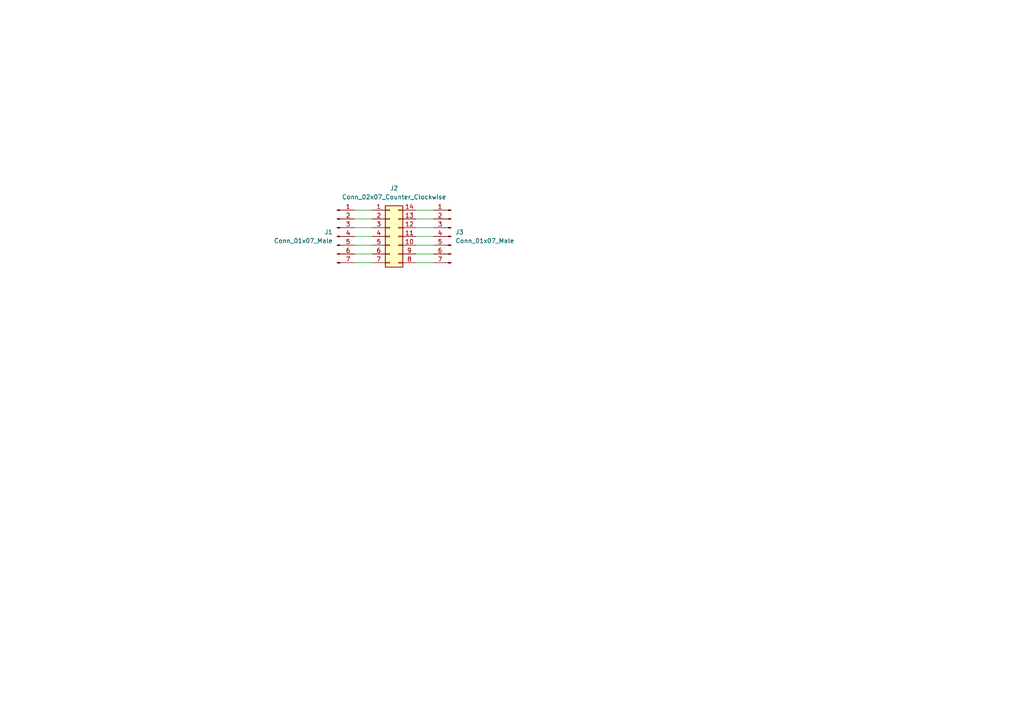
<source format=kicad_sch>
(kicad_sch (version 20211123) (generator eeschema)
  (paper "A4")
  (lib_symbols
    (symbol "Connector:Conn_01x07_Male" (pin_names (offset 1.016) hide)
      (property "Reference" "J" (at 0 10.16 0))
      (property "Value" "Conn_01x07_Male" (at 0 -10.16 0))
      (symbol "Conn_01x07_Male_1_1"
        (polyline (pts (xy 1.27 -7.62) (xy 0.8636 -7.62)) (stroke (width 0.1524)))
        (polyline (pts (xy 1.27 -5.08) (xy 0.8636 -5.08)) (stroke (width 0.1524)))
        (polyline (pts (xy 1.27 -2.54) (xy 0.8636 -2.54)) (stroke (width 0.1524)))
        (polyline (pts (xy 1.27 0) (xy 0.8636 0)) (stroke (width 0.1524)))
        (polyline (pts (xy 1.27 2.54) (xy 0.8636 2.54)) (stroke (width 0.1524)))
        (polyline (pts (xy 1.27 5.08) (xy 0.8636 5.08)) (stroke (width 0.1524)))
        (polyline (pts (xy 1.27 7.62) (xy 0.8636 7.62)) (stroke (width 0.1524)))
        (rectangle (start 0.8636 -7.493) (end 0 -7.747) (stroke (width 0.1524)) (fill (type outline)))
        (rectangle (start 0.8636 -4.953) (end 0 -5.207) (stroke (width 0.1524)) (fill (type outline)))
        (rectangle (start 0.8636 -2.413) (end 0 -2.667) (stroke (width 0.1524)) (fill (type outline)))
        (rectangle (start 0.8636 0.127) (end 0 -0.127) (stroke (width 0.1524)) (fill (type outline)))
        (rectangle (start 0.8636 2.667) (end 0 2.413) (stroke (width 0.1524)) (fill (type outline)))
        (rectangle (start 0.8636 5.207) (end 0 4.953) (stroke (width 0.1524)) (fill (type outline)))
        (rectangle (start 0.8636 7.747) (end 0 7.493) (stroke (width 0.1524)) (fill (type outline)))
        (pin passive line (at 5.08 7.62 180) (length 3.81) (name "Pin_1") (number "1"))
        (pin passive line (at 5.08 5.08 180) (length 3.81) (name "Pin_2") (number "2"))
        (pin passive line (at 5.08 2.54 180) (length 3.81) (name "Pin_3") (number "3"))
        (pin passive line (at 5.08 0 180) (length 3.81) (name "Pin_4") (number "4"))
        (pin passive line (at 5.08 -2.54 180) (length 3.81) (name "Pin_5") (number "5"))
        (pin passive line (at 5.08 -5.08 180) (length 3.81) (name "Pin_6") (number "6"))
        (pin passive line (at 5.08 -7.62 180) (length 3.81) (name "Pin_7") (number "7"))
      )
    )
    (symbol "Connector_Generic:Conn_02x07_Counter_Clockwise" (pin_names (offset 1.016) hide)
      (property "Reference" "J" (at 1.27 10.16 0))
      (property "Value" "Conn_02x07_Counter_Clockwise" (at 1.27 -10.16 0))
      (symbol "Conn_02x07_Counter_Clockwise_1_1"
        (rectangle (start -1.27 -7.493) (end 0 -7.747) (stroke (width 0.1524)))
        (rectangle (start -1.27 -4.953) (end 0 -5.207) (stroke (width 0.1524)))
        (rectangle (start -1.27 -2.413) (end 0 -2.667) (stroke (width 0.1524)))
        (rectangle (start -1.27 0.127) (end 0 -0.127) (stroke (width 0.1524)))
        (rectangle (start -1.27 2.667) (end 0 2.413) (stroke (width 0.1524)))
        (rectangle (start -1.27 5.207) (end 0 4.953) (stroke (width 0.1524)))
        (rectangle (start -1.27 7.747) (end 0 7.493) (stroke (width 0.1524)))
        (rectangle (start -1.27 8.89) (end 3.81 -8.89) (stroke (width 0.254)) (fill (type background)))
        (rectangle (start 3.81 -7.493) (end 2.54 -7.747) (stroke (width 0.1524)))
        (rectangle (start 3.81 -4.953) (end 2.54 -5.207) (stroke (width 0.1524)))
        (rectangle (start 3.81 -2.413) (end 2.54 -2.667) (stroke (width 0.1524)))
        (rectangle (start 3.81 0.127) (end 2.54 -0.127) (stroke (width 0.1524)))
        (rectangle (start 3.81 2.667) (end 2.54 2.413) (stroke (width 0.1524)))
        (rectangle (start 3.81 5.207) (end 2.54 4.953) (stroke (width 0.1524)))
        (rectangle (start 3.81 7.747) (end 2.54 7.493) (stroke (width 0.1524)))
        (pin passive line (at -5.08 7.62 0) (length 3.81) (name "Pin_1") (number "1"))
        (pin passive line (at 7.62 -2.54 180) (length 3.81) (name "Pin_10") (number "10"))
        (pin passive line (at 7.62 0 180) (length 3.81) (name "Pin_11") (number "11"))
        (pin passive line (at 7.62 2.54 180) (length 3.81) (name "Pin_12") (number "12"))
        (pin passive line (at 7.62 5.08 180) (length 3.81) (name "Pin_13") (number "13"))
        (pin passive line (at 7.62 7.62 180) (length 3.81) (name "Pin_14") (number "14"))
        (pin passive line (at -5.08 5.08 0) (length 3.81) (name "Pin_2") (number "2"))
        (pin passive line (at -5.08 2.54 0) (length 3.81) (name "Pin_3") (number "3"))
        (pin passive line (at -5.08 0 0) (length 3.81) (name "Pin_4") (number "4"))
        (pin passive line (at -5.08 -2.54 0) (length 3.81) (name "Pin_5") (number "5"))
        (pin passive line (at -5.08 -5.08 0) (length 3.81) (name "Pin_6") (number "6"))
        (pin passive line (at -5.08 -7.62 0) (length 3.81) (name "Pin_7") (number "7"))
        (pin passive line (at 7.62 -7.62 180) (length 3.81) (name "Pin_8") (number "8"))
        (pin passive line (at 7.62 -5.08 180) (length 3.81) (name "Pin_9") (number "9"))
      )
    )
  )
  (wire (pts (xy 107.95 68.58) (xy 102.87 68.58)))
  (wire (pts (xy 107.95 76.2) (xy 102.87 76.2)))
  (wire (pts (xy 107.95 73.66) (xy 102.87 73.66)))
  (wire (pts (xy 125.73 63.5) (xy 120.65 63.5)))
  (wire (pts (xy 125.73 66.04) (xy 120.65 66.04)))
  (wire (pts (xy 125.73 60.96) (xy 120.65 60.96)))
  (wire (pts (xy 125.73 68.58) (xy 120.65 68.58)))
  (wire (pts (xy 107.95 66.04) (xy 102.87 66.04)))
  (wire (pts (xy 107.95 63.5) (xy 102.87 63.5)))
  (wire (pts (xy 125.73 76.2) (xy 120.65 76.2)))
  (wire (pts (xy 107.95 71.12) (xy 102.87 71.12)))
  (wire (pts (xy 107.95 60.96) (xy 102.87 60.96)))
  (wire (pts (xy 125.73 71.12) (xy 120.65 71.12)))
  (wire (pts (xy 125.73 73.66) (xy 120.65 73.66)))
  (symbol (lib_id "Connector:Conn_01x07_Male") (at 97.79 68.58 0) (unit 1)
    (property "Reference" "J1" (at 96.52 67.3099 0) (effects (justify right)))
    (property "Value" "Conn_01x07_Male" (at 96.52 69.8499 0) (effects (justify right)))
    (property "Footprint" "Connector_PinHeader_2.54mm:PinHeader_1x07_P2.54mm_Vertical" (effects hide))
  )
  (symbol (lib_id "Connector:Conn_01x07_Male") (at 130.81 68.58 0) (mirror y) (unit 1)
    (property "Reference" "J3" (at 132.08 67.3099 0) (effects (justify right)))
    (property "Value" "Conn_01x07_Male" (at 132.08 69.8499 0) (effects (justify right)))
    (property "Footprint" "Connector_PinHeader_2.54mm:PinHeader_1x07_P2.54mm_Vertical" (effects hide))
  )
  (symbol (lib_id "Connector_Generic:Conn_02x07_Counter_Clockwise") (at 113.03 68.58 0) (unit 1)
    (property "Reference" "J2" (at 114.3 54.61 0))
    (property "Value" "Conn_02x07_Counter_Clockwise" (at 114.3 57.15 0))
    (property "Footprint" "Package_SO:SSOP-14_5.3x6.2mm_P0.65mm" (effects hide))
  )
)
</source>
